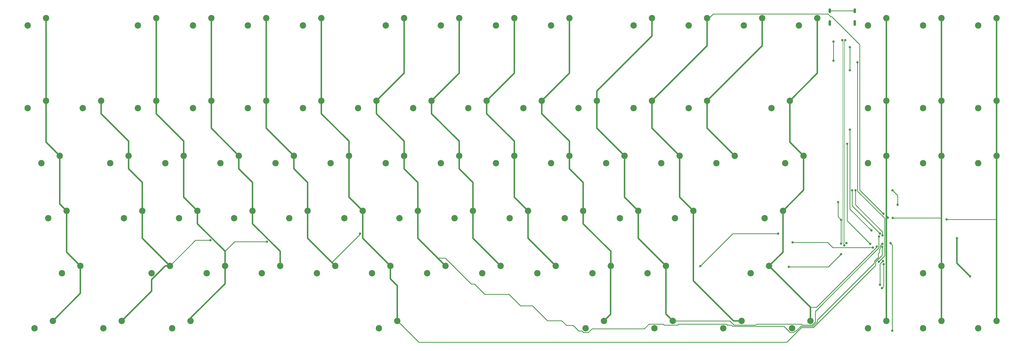
<source format=gbr>
%TF.GenerationSoftware,KiCad,Pcbnew,(5.1.9)-1*%
%TF.CreationDate,2021-03-16T22:25:33-04:00*%
%TF.ProjectId,10Keyless,31304b65-796c-4657-9373-2e6b69636164,rev?*%
%TF.SameCoordinates,Original*%
%TF.FileFunction,Copper,L1,Top*%
%TF.FilePolarity,Positive*%
%FSLAX46Y46*%
G04 Gerber Fmt 4.6, Leading zero omitted, Abs format (unit mm)*
G04 Created by KiCad (PCBNEW (5.1.9)-1) date 2021-03-16 22:25:33*
%MOMM*%
%LPD*%
G01*
G04 APERTURE LIST*
%TA.AperFunction,ComponentPad*%
%ADD10C,2.200000*%
%TD*%
%TA.AperFunction,ComponentPad*%
%ADD11O,0.900000X2.000000*%
%TD*%
%TA.AperFunction,ComponentPad*%
%ADD12O,0.900000X1.700000*%
%TD*%
%TA.AperFunction,ViaPad*%
%ADD13C,0.800000*%
%TD*%
%TA.AperFunction,Conductor*%
%ADD14C,0.250000*%
%TD*%
%TA.AperFunction,Conductor*%
%ADD15C,0.500000*%
%TD*%
%TA.AperFunction,Conductor*%
%ADD16C,0.200000*%
%TD*%
G04 APERTURE END LIST*
D10*
%TO.P,K70,1*%
%TO.N,col13*%
X297320000Y-125087000D03*
%TO.P,K70,2*%
%TO.N,Net-(D70-Pad2)*%
X290970000Y-127627000D03*
%TD*%
%TO.P,K69,1*%
%TO.N,col13*%
X290177000Y-182233000D03*
%TO.P,K69,2*%
%TO.N,Net-(D69-Pad2)*%
X283827000Y-184773000D03*
%TD*%
%TO.P,K36,1*%
%TO.N,col5*%
X161598000Y-201282000D03*
%TO.P,K36,2*%
%TO.N,Net-(D36-Pad2)*%
X155248000Y-203822000D03*
%TD*%
%TO.P,K3,1*%
%TO.N,col0*%
X42545000Y-201282000D03*
%TO.P,K3,2*%
%TO.N,Net-(D3-Pad2)*%
X36195000Y-203822000D03*
%TD*%
%TO.P,K8,1*%
%TO.N,col1*%
X66353800Y-201282000D03*
%TO.P,K8,2*%
%TO.N,Net-(D8-Pad2)*%
X60003800Y-203822000D03*
%TD*%
%TO.P,K15,1*%
%TO.N,col2*%
X90164800Y-201282000D03*
%TO.P,K15,2*%
%TO.N,Net-(D15-Pad2)*%
X83814800Y-203822000D03*
%TD*%
%TO.P,K54,1*%
%TO.N,col9*%
X233031000Y-201282000D03*
%TO.P,K54,2*%
%TO.N,Net-(D54-Pad2)*%
X226681000Y-203822000D03*
%TD*%
%TO.P,K61,1*%
%TO.N,col10*%
X256842000Y-201282000D03*
%TO.P,K61,2*%
%TO.N,Net-(D61-Pad2)*%
X250492000Y-203822000D03*
%TD*%
%TO.P,K67,1*%
%TO.N,col11*%
X280653000Y-201282000D03*
%TO.P,K67,2*%
%TO.N,Net-(D67-Pad2)*%
X274303000Y-203822000D03*
%TD*%
%TO.P,K73,1*%
%TO.N,col13*%
X304464000Y-201282000D03*
%TO.P,K73,2*%
%TO.N,Net-(D73-Pad2)*%
X298114000Y-203822000D03*
%TD*%
%TO.P,K6,1*%
%TO.N,col0*%
X52067200Y-182233000D03*
%TO.P,K6,2*%
%TO.N,Net-(D6-Pad2)*%
X45717200Y-184773000D03*
%TD*%
%TO.P,K71,1*%
%TO.N,col13*%
X294939000Y-163184000D03*
%TO.P,K71,2*%
%TO.N,Net-(D71-Pad2)*%
X288589000Y-165724000D03*
%TD*%
%TO.P,K5,1*%
%TO.N,col0*%
X47305000Y-163184000D03*
%TO.P,K5,2*%
%TO.N,Net-(D5-Pad2)*%
X40955000Y-165724000D03*
%TD*%
%TO.P,K4,1*%
%TO.N,col0*%
X44923900Y-144136000D03*
%TO.P,K4,2*%
%TO.N,Net-(D4-Pad2)*%
X38573900Y-146676000D03*
%TD*%
%TO.P,K72,1*%
%TO.N,col13*%
X302083000Y-144136000D03*
%TO.P,K72,2*%
%TO.N,Net-(D72-Pad2)*%
X295733000Y-146676000D03*
%TD*%
%TO.P,K74,1*%
%TO.N,col13*%
X306854000Y-96511800D03*
%TO.P,K74,2*%
%TO.N,Net-(D74-Pad2)*%
X300504000Y-99051800D03*
%TD*%
%TO.P,K1,1*%
%TO.N,col0*%
X40161700Y-96511800D03*
%TO.P,K1,2*%
%TO.N,Net-(D1-Pad2)*%
X33811700Y-99051800D03*
%TD*%
%TO.P,K2,1*%
%TO.N,col0*%
X40161700Y-125087000D03*
%TO.P,K2,2*%
%TO.N,Net-(D2-Pad2)*%
X33811700Y-127627000D03*
%TD*%
%TO.P,K7,1*%
%TO.N,col1*%
X59210500Y-125087000D03*
%TO.P,K7,2*%
%TO.N,Net-(D7-Pad2)*%
X52860500Y-127627000D03*
%TD*%
%TO.P,K9,1*%
%TO.N,col1*%
X68734900Y-144136000D03*
%TO.P,K9,2*%
%TO.N,Net-(D9-Pad2)*%
X62384900Y-146676000D03*
%TD*%
%TO.P,K10,1*%
%TO.N,col1*%
X73497100Y-163184000D03*
%TO.P,K10,2*%
%TO.N,Net-(D10-Pad2)*%
X67147100Y-165724000D03*
%TD*%
%TO.P,K11,1*%
%TO.N,col2*%
X78261700Y-96511800D03*
%TO.P,K11,2*%
%TO.N,Net-(D11-Pad2)*%
X71911700Y-99051800D03*
%TD*%
%TO.P,K12,1*%
%TO.N,col2*%
X78259300Y-125087000D03*
%TO.P,K12,2*%
%TO.N,Net-(D12-Pad2)*%
X71909300Y-127627000D03*
%TD*%
%TO.P,K13,1*%
%TO.N,col1*%
X83021500Y-182233000D03*
%TO.P,K13,2*%
%TO.N,Net-(D13-Pad2)*%
X76671500Y-184773000D03*
%TD*%
%TO.P,K14,1*%
%TO.N,col2*%
X87783700Y-144136000D03*
%TO.P,K14,2*%
%TO.N,Net-(D14-Pad2)*%
X81433700Y-146676000D03*
%TD*%
%TO.P,K16,1*%
%TO.N,col2*%
X92545900Y-163184000D03*
%TO.P,K16,2*%
%TO.N,Net-(D16-Pad2)*%
X86195900Y-165724000D03*
%TD*%
%TO.P,K17,1*%
%TO.N,col3*%
X97308100Y-96511800D03*
%TO.P,K17,2*%
%TO.N,Net-(D17-Pad2)*%
X90958100Y-99051800D03*
%TD*%
%TO.P,K18,1*%
%TO.N,col3*%
X97308100Y-125087000D03*
%TO.P,K18,2*%
%TO.N,Net-(D18-Pad2)*%
X90958100Y-127627000D03*
%TD*%
%TO.P,K19,1*%
%TO.N,col2*%
X102070000Y-182233000D03*
%TO.P,K19,2*%
%TO.N,Net-(D19-Pad2)*%
X95720000Y-184773000D03*
%TD*%
%TO.P,K20,1*%
%TO.N,col3*%
X106832000Y-144136000D03*
%TO.P,K20,2*%
%TO.N,Net-(D20-Pad2)*%
X100482000Y-146676000D03*
%TD*%
%TO.P,K21,1*%
%TO.N,col3*%
X111595000Y-163184000D03*
%TO.P,K21,2*%
%TO.N,Net-(D21-Pad2)*%
X105245000Y-165724000D03*
%TD*%
%TO.P,K22,1*%
%TO.N,col4*%
X116357000Y-96511800D03*
%TO.P,K22,2*%
%TO.N,Net-(D22-Pad2)*%
X110007000Y-99051800D03*
%TD*%
%TO.P,K23,1*%
%TO.N,col4*%
X116357000Y-125087000D03*
%TO.P,K23,2*%
%TO.N,Net-(D23-Pad2)*%
X110007000Y-127627000D03*
%TD*%
%TO.P,K24,1*%
%TO.N,col3*%
X121119000Y-182233000D03*
%TO.P,K24,2*%
%TO.N,Net-(D24-Pad2)*%
X114769000Y-184773000D03*
%TD*%
%TO.P,K25,1*%
%TO.N,col4*%
X125881000Y-144136000D03*
%TO.P,K25,2*%
%TO.N,Net-(D25-Pad2)*%
X119531000Y-146676000D03*
%TD*%
%TO.P,K26,1*%
%TO.N,col4*%
X130644000Y-163184000D03*
%TO.P,K26,2*%
%TO.N,Net-(D26-Pad2)*%
X124294000Y-165724000D03*
%TD*%
%TO.P,K27,1*%
%TO.N,col5*%
X135406000Y-96511800D03*
%TO.P,K27,2*%
%TO.N,Net-(D27-Pad2)*%
X129056000Y-99051800D03*
%TD*%
%TO.P,K28,1*%
%TO.N,col5*%
X135406000Y-125087000D03*
%TO.P,K28,2*%
%TO.N,Net-(D28-Pad2)*%
X129056000Y-127627000D03*
%TD*%
%TO.P,K29,1*%
%TO.N,col4*%
X140168000Y-182233000D03*
%TO.P,K29,2*%
%TO.N,Net-(D29-Pad2)*%
X133818000Y-184773000D03*
%TD*%
%TO.P,K30,1*%
%TO.N,col5*%
X144930000Y-144136000D03*
%TO.P,K30,2*%
%TO.N,Net-(D30-Pad2)*%
X138580000Y-146676000D03*
%TD*%
%TO.P,K31,1*%
%TO.N,col5*%
X149692000Y-163184000D03*
%TO.P,K31,2*%
%TO.N,Net-(D31-Pad2)*%
X143342000Y-165724000D03*
%TD*%
%TO.P,K32,1*%
%TO.N,col6*%
X154454000Y-125087000D03*
%TO.P,K32,2*%
%TO.N,Net-(D32-Pad2)*%
X148104000Y-127627000D03*
%TD*%
%TO.P,K33,1*%
%TO.N,col5*%
X159217000Y-182233000D03*
%TO.P,K33,2*%
%TO.N,Net-(D33-Pad2)*%
X152867000Y-184773000D03*
%TD*%
%TO.P,K34,1*%
%TO.N,col6*%
X163980000Y-96511800D03*
%TO.P,K34,2*%
%TO.N,Net-(D34-Pad2)*%
X157630000Y-99051800D03*
%TD*%
%TO.P,K35,1*%
%TO.N,col6*%
X163979000Y-144136000D03*
%TO.P,K35,2*%
%TO.N,Net-(D35-Pad2)*%
X157629000Y-146676000D03*
%TD*%
%TO.P,K37,1*%
%TO.N,col6*%
X168741000Y-163184000D03*
%TO.P,K37,2*%
%TO.N,Net-(D37-Pad2)*%
X162391000Y-165724000D03*
%TD*%
%TO.P,K38,1*%
%TO.N,col7*%
X173503000Y-125087000D03*
%TO.P,K38,2*%
%TO.N,Net-(D38-Pad2)*%
X167153000Y-127627000D03*
%TD*%
%TO.P,K39,1*%
%TO.N,col6*%
X178266000Y-182233000D03*
%TO.P,K39,2*%
%TO.N,Net-(D39-Pad2)*%
X171916000Y-184773000D03*
%TD*%
%TO.P,K40,1*%
%TO.N,col7*%
X183030000Y-96511800D03*
%TO.P,K40,2*%
%TO.N,Net-(D40-Pad2)*%
X176680000Y-99051800D03*
%TD*%
%TO.P,K41,1*%
%TO.N,col7*%
X183028000Y-144136000D03*
%TO.P,K41,2*%
%TO.N,Net-(D41-Pad2)*%
X176678000Y-146676000D03*
%TD*%
%TO.P,K42,1*%
%TO.N,col7*%
X187790000Y-163184000D03*
%TO.P,K42,2*%
%TO.N,Net-(D42-Pad2)*%
X181440000Y-165724000D03*
%TD*%
%TO.P,K43,1*%
%TO.N,col8*%
X192552000Y-125087000D03*
%TO.P,K43,2*%
%TO.N,Net-(D43-Pad2)*%
X186202000Y-127627000D03*
%TD*%
%TO.P,K44,1*%
%TO.N,col7*%
X197314000Y-182233000D03*
%TO.P,K44,2*%
%TO.N,Net-(D44-Pad2)*%
X190964000Y-184773000D03*
%TD*%
%TO.P,K45,1*%
%TO.N,col8*%
X202080000Y-96511800D03*
%TO.P,K45,2*%
%TO.N,Net-(D45-Pad2)*%
X195730000Y-99051800D03*
%TD*%
%TO.P,K46,1*%
%TO.N,col8*%
X202076000Y-144136000D03*
%TO.P,K46,2*%
%TO.N,Net-(D46-Pad2)*%
X195726000Y-146676000D03*
%TD*%
%TO.P,K47,1*%
%TO.N,col8*%
X206839000Y-163184000D03*
%TO.P,K47,2*%
%TO.N,Net-(D47-Pad2)*%
X200489000Y-165724000D03*
%TD*%
%TO.P,K48,1*%
%TO.N,col9*%
X211601000Y-125087000D03*
%TO.P,K48,2*%
%TO.N,Net-(D48-Pad2)*%
X205251000Y-127627000D03*
%TD*%
%TO.P,K49,1*%
%TO.N,col8*%
X216363000Y-182233000D03*
%TO.P,K49,2*%
%TO.N,Net-(D49-Pad2)*%
X210013000Y-184773000D03*
%TD*%
%TO.P,K50,1*%
%TO.N,col9*%
X221130000Y-96511800D03*
%TO.P,K50,2*%
%TO.N,Net-(D50-Pad2)*%
X214780000Y-99051800D03*
%TD*%
%TO.P,K51,1*%
%TO.N,col9*%
X221125000Y-144136000D03*
%TO.P,K51,2*%
%TO.N,Net-(D51-Pad2)*%
X214775000Y-146676000D03*
%TD*%
%TO.P,K52,1*%
%TO.N,col9*%
X225888000Y-163184000D03*
%TO.P,K52,2*%
%TO.N,Net-(D52-Pad2)*%
X219538000Y-165724000D03*
%TD*%
%TO.P,K53,1*%
%TO.N,col10*%
X230650000Y-125087000D03*
%TO.P,K53,2*%
%TO.N,Net-(D53-Pad2)*%
X224300000Y-127627000D03*
%TD*%
%TO.P,K55,1*%
%TO.N,col9*%
X235412000Y-182233000D03*
%TO.P,K55,2*%
%TO.N,Net-(D55-Pad2)*%
X229062000Y-184773000D03*
%TD*%
%TO.P,K56,1*%
%TO.N,col10*%
X240174000Y-144136000D03*
%TO.P,K56,2*%
%TO.N,Net-(D56-Pad2)*%
X233824000Y-146676000D03*
%TD*%
%TO.P,K57,1*%
%TO.N,col10*%
X244936000Y-163184000D03*
%TO.P,K57,2*%
%TO.N,Net-(D57-Pad2)*%
X238586000Y-165724000D03*
%TD*%
%TO.P,K58,1*%
%TO.N,col10*%
X249704000Y-96511800D03*
%TO.P,K58,2*%
%TO.N,Net-(D58-Pad2)*%
X243354000Y-99051800D03*
%TD*%
%TO.P,K59,1*%
%TO.N,col11*%
X249698000Y-125087000D03*
%TO.P,K59,2*%
%TO.N,Net-(D59-Pad2)*%
X243348000Y-127627000D03*
%TD*%
%TO.P,K60,1*%
%TO.N,col10*%
X254461000Y-182233000D03*
%TO.P,K60,2*%
%TO.N,Net-(D60-Pad2)*%
X248111000Y-184773000D03*
%TD*%
%TO.P,K62,1*%
%TO.N,col11*%
X259223000Y-144136000D03*
%TO.P,K62,2*%
%TO.N,Net-(D62-Pad2)*%
X252873000Y-146676000D03*
%TD*%
%TO.P,K63,1*%
%TO.N,col11*%
X263985000Y-163184000D03*
%TO.P,K63,2*%
%TO.N,Net-(D63-Pad2)*%
X257635000Y-165724000D03*
%TD*%
%TO.P,K64,1*%
%TO.N,col11*%
X268754000Y-96511800D03*
%TO.P,K64,2*%
%TO.N,Net-(D64-Pad2)*%
X262404000Y-99051800D03*
%TD*%
%TO.P,K65,1*%
%TO.N,col12*%
X268747000Y-125087000D03*
%TO.P,K65,2*%
%TO.N,Net-(D65-Pad2)*%
X262397000Y-127627000D03*
%TD*%
%TO.P,K66,1*%
%TO.N,col12*%
X278272000Y-144136000D03*
%TO.P,K66,2*%
%TO.N,Net-(D66-Pad2)*%
X271922000Y-146676000D03*
%TD*%
%TO.P,K68,1*%
%TO.N,col12*%
X287804000Y-96511800D03*
%TO.P,K68,2*%
%TO.N,Net-(D68-Pad2)*%
X281454000Y-99051800D03*
%TD*%
%TO.P,K75,1*%
%TO.N,col14*%
X330667000Y-96511800D03*
%TO.P,K75,2*%
%TO.N,Net-(D75-Pad2)*%
X324317000Y-99051800D03*
%TD*%
%TO.P,K76,1*%
%TO.N,col14*%
X330667000Y-125087000D03*
%TO.P,K76,2*%
%TO.N,Net-(D76-Pad2)*%
X324317000Y-127627000D03*
%TD*%
%TO.P,K77,1*%
%TO.N,col14*%
X330667000Y-144136000D03*
%TO.P,K77,2*%
%TO.N,Net-(D77-Pad2)*%
X324317000Y-146676000D03*
%TD*%
%TO.P,K78,1*%
%TO.N,col14*%
X330667000Y-201282000D03*
%TO.P,K78,2*%
%TO.N,Net-(D78-Pad2)*%
X324317000Y-203822000D03*
%TD*%
%TO.P,K79,1*%
%TO.N,col15*%
X349717000Y-96511800D03*
%TO.P,K79,2*%
%TO.N,Net-(D79-Pad2)*%
X343367000Y-99051800D03*
%TD*%
%TO.P,K80,1*%
%TO.N,col15*%
X349717000Y-125087000D03*
%TO.P,K80,2*%
%TO.N,Net-(D80-Pad2)*%
X343367000Y-127627000D03*
%TD*%
%TO.P,K81,1*%
%TO.N,col15*%
X349717000Y-144136000D03*
%TO.P,K81,2*%
%TO.N,Net-(D81-Pad2)*%
X343367000Y-146676000D03*
%TD*%
%TO.P,K82,1*%
%TO.N,col15*%
X349717000Y-182233000D03*
%TO.P,K82,2*%
%TO.N,Net-(D82-Pad2)*%
X343367000Y-184773000D03*
%TD*%
%TO.P,K83,1*%
%TO.N,col15*%
X349717000Y-201282000D03*
%TO.P,K83,2*%
%TO.N,Net-(D83-Pad2)*%
X343367000Y-203822000D03*
%TD*%
%TO.P,K84,1*%
%TO.N,col16*%
X368767000Y-96511800D03*
%TO.P,K84,2*%
%TO.N,Net-(D84-Pad2)*%
X362417000Y-99051800D03*
%TD*%
%TO.P,K85,1*%
%TO.N,col16*%
X368767000Y-125087000D03*
%TO.P,K85,2*%
%TO.N,Net-(D85-Pad2)*%
X362417000Y-127627000D03*
%TD*%
%TO.P,K86,1*%
%TO.N,col16*%
X368767000Y-144136000D03*
%TO.P,K86,2*%
%TO.N,Net-(D86-Pad2)*%
X362417000Y-146676000D03*
%TD*%
%TO.P,K87,1*%
%TO.N,col16*%
X368767000Y-201282000D03*
%TO.P,K87,2*%
%TO.N,Net-(D87-Pad2)*%
X362417000Y-203822000D03*
%TD*%
D11*
%TO.P,J1,S1*%
%TO.N,Net-(J1-PadS1)*%
X311150000Y-98150000D03*
X319790000Y-98150000D03*
D12*
X311150000Y-93980000D03*
X319790000Y-93980000D03*
%TD*%
D13*
%TO.N,GND*%
X318087000Y-106568100D03*
X318087000Y-114524000D03*
%TO.N,+5V*%
X314007800Y-160154000D03*
X315034400Y-174532500D03*
X315034400Y-166297800D03*
X312420000Y-104648000D03*
X312420000Y-111252000D03*
%TO.N,row5*%
X328036200Y-180803200D03*
X320724200Y-111834300D03*
%TO.N,row4*%
X325070500Y-174653500D03*
X317128500Y-139989400D03*
%TO.N,row0*%
X332156500Y-174388400D03*
X332716100Y-204714400D03*
%TO.N,row3*%
X329731900Y-181657100D03*
X329196900Y-189973300D03*
%TO.N,row2*%
X326049800Y-175916700D03*
X298248200Y-174152300D03*
%TO.N,row1*%
X329512700Y-180535000D03*
X328473500Y-188748200D03*
%TO.N,col1*%
X97027400Y-173389500D03*
%TO.N,col2*%
X116592700Y-173863500D03*
%TO.N,col3*%
X315043800Y-178194500D03*
X296987600Y-182629500D03*
%TO.N,col4*%
X148703500Y-171096800D03*
%TO.N,col5*%
X329284000Y-175621500D03*
%TO.N,col6*%
X329309400Y-174621100D03*
%TO.N,col7*%
X266380000Y-182347700D03*
X293291000Y-171096800D03*
%TO.N,col8*%
X328500000Y-171042700D03*
X318848500Y-156116600D03*
%TO.N,col9*%
X329340800Y-171678100D03*
X319988000Y-156099300D03*
%TO.N,col10*%
X328150300Y-172081200D03*
%TO.N,col11*%
X329679500Y-164201700D03*
%TO.N,col12*%
X334543500Y-161052100D03*
X332773800Y-156111200D03*
%TO.N,col13*%
X327383000Y-175590200D03*
%TO.N,col14*%
X331208600Y-165612100D03*
%TO.N,col15*%
X332897400Y-165659100D03*
%TO.N,Net-(R3-Pad1)*%
X359664000Y-185928000D03*
X355092000Y-172720000D03*
%TO.N,LEDS*%
X325505700Y-169991400D03*
X318087000Y-135101700D03*
%TO.N,col16*%
X351549600Y-166174500D03*
%TO.N,/D-*%
X316113000Y-175123000D03*
X315445000Y-104140000D03*
%TO.N,/D+*%
X316855000Y-174381000D03*
X316495000Y-104140000D03*
%TD*%
D14*
%TO.N,GND*%
X318087000Y-114524000D02*
X318087000Y-106568100D01*
%TO.N,+5V*%
X315034400Y-166297800D02*
X314007800Y-165271200D01*
X314007800Y-165271200D02*
X314007800Y-160154000D01*
X315034400Y-174532500D02*
X315034400Y-166297800D01*
X312420000Y-104648000D02*
X312420000Y-111252000D01*
%TO.N,row5*%
X328036200Y-180803200D02*
X330066100Y-178773300D01*
X330066100Y-178773300D02*
X330066100Y-165778200D01*
X330066100Y-165778200D02*
X320724200Y-156436300D01*
X320724200Y-156436300D02*
X320724200Y-111834300D01*
%TO.N,row4*%
X317128500Y-139989400D02*
X317128500Y-166711500D01*
X317128500Y-166711500D02*
X325070500Y-174653500D01*
%TO.N,row0*%
X332716100Y-204714400D02*
X332716100Y-174948000D01*
X332716100Y-174948000D02*
X332156500Y-174388400D01*
%TO.N,row3*%
X329196900Y-189973300D02*
X329731900Y-189438300D01*
X329731900Y-189438300D02*
X329731900Y-181657100D01*
%TO.N,row2*%
X298248200Y-174152300D02*
X310351000Y-174152300D01*
X310351000Y-174152300D02*
X312115400Y-175916700D01*
X312115400Y-175916700D02*
X326049800Y-175916700D01*
%TO.N,row1*%
X328473500Y-188748200D02*
X328473500Y-181574200D01*
X328473500Y-181574200D02*
X329512700Y-180535000D01*
%TO.N,Net-(J1-PadS1)*%
X319790000Y-93980000D02*
X311150000Y-93980000D01*
D15*
%TO.N,col0*%
X52067200Y-182233000D02*
X52067200Y-191760000D01*
X52067200Y-191760000D02*
X42545000Y-201282000D01*
X47305000Y-163184000D02*
X47305000Y-177471000D01*
X47305000Y-177471000D02*
X52067200Y-182233000D01*
X44923900Y-144136000D02*
X44923900Y-160803000D01*
X44923900Y-160803000D02*
X47305000Y-163184000D01*
X40161700Y-125087000D02*
X40161700Y-139373000D01*
X40161700Y-139373000D02*
X44923900Y-144136000D01*
X40161700Y-96511800D02*
X40161700Y-125087000D01*
D14*
%TO.N,col1*%
X97027400Y-173389500D02*
X91865000Y-173389500D01*
X91865000Y-173389500D02*
X83021500Y-182233000D01*
D15*
X73497100Y-163184000D02*
X73497100Y-172709000D01*
X73497100Y-172709000D02*
X83021500Y-182233000D01*
X83021500Y-182233000D02*
X81465900Y-182233000D01*
X81465900Y-182233000D02*
X76701500Y-186998000D01*
X76701500Y-186998000D02*
X76701500Y-190934000D01*
X76701500Y-190934000D02*
X66353800Y-201282000D01*
X68734900Y-144136000D02*
X68734900Y-148600000D01*
X68734900Y-148600000D02*
X73497100Y-153362000D01*
X73497100Y-153362000D02*
X73497100Y-163184000D01*
X59210500Y-125087000D02*
X59210500Y-129551000D01*
X59210500Y-129551000D02*
X68734900Y-139075000D01*
X68734900Y-139075000D02*
X68734900Y-144136000D01*
D14*
%TO.N,col2*%
X102070000Y-177173000D02*
X105379500Y-173863500D01*
X105379500Y-173863500D02*
X116592700Y-173863500D01*
D15*
X102070000Y-177173000D02*
X102070000Y-182233000D01*
X92545900Y-163184000D02*
X92545900Y-167648000D01*
X92545900Y-167648000D02*
X102070000Y-177173000D01*
X102070000Y-182233000D02*
X102070000Y-188399000D01*
X102070000Y-188399000D02*
X90164800Y-200305000D01*
X90164800Y-200305000D02*
X90164800Y-201282000D01*
X87783700Y-144136000D02*
X87783700Y-158422000D01*
X87783700Y-158422000D02*
X92545900Y-163184000D01*
X78259300Y-125087000D02*
X78259300Y-129551000D01*
X78259300Y-129551000D02*
X87783700Y-139075000D01*
X87783700Y-139075000D02*
X87783700Y-144136000D01*
X78261700Y-96511800D02*
X78261700Y-125084000D01*
X78261700Y-125084000D02*
X78259300Y-125087000D01*
D14*
%TO.N,col3*%
X296987600Y-182629500D02*
X310608800Y-182629500D01*
X310608800Y-182629500D02*
X315043800Y-178194500D01*
D15*
X111595000Y-163184000D02*
X111595000Y-167648000D01*
X111595000Y-167648000D02*
X121119000Y-177173000D01*
X121119000Y-177173000D02*
X121119000Y-182233000D01*
X106832000Y-144136000D02*
X106832000Y-148600000D01*
X106832000Y-148600000D02*
X111595000Y-153362000D01*
X111595000Y-153362000D02*
X111595000Y-163184000D01*
X97308100Y-125087000D02*
X97308100Y-134611000D01*
X97308100Y-134611000D02*
X106832000Y-144136000D01*
X97308100Y-96511800D02*
X97308100Y-125087000D01*
D14*
%TO.N,col4*%
X138977500Y-181042500D02*
X148703500Y-171316500D01*
X148703500Y-171316500D02*
X148703500Y-171096800D01*
D15*
X138977500Y-181042500D02*
X140168000Y-182233000D01*
X130644000Y-163184000D02*
X130644000Y-172709000D01*
X130644000Y-172709000D02*
X138977500Y-181042500D01*
X125881000Y-144136000D02*
X125881000Y-148600000D01*
X125881000Y-148600000D02*
X130644000Y-153362000D01*
X130644000Y-153362000D02*
X130644000Y-163184000D01*
X116357000Y-125087000D02*
X116357000Y-134611000D01*
X116357000Y-134611000D02*
X125881000Y-144136000D01*
X116357000Y-96511800D02*
X116357000Y-125087000D01*
D14*
%TO.N,col5*%
X161598000Y-201212400D02*
X169081200Y-208695600D01*
X169081200Y-208695600D02*
X296226900Y-208695600D01*
X296226900Y-208695600D02*
X301303800Y-203618700D01*
X301303800Y-203618700D02*
X305431600Y-203618700D01*
X305431600Y-203618700D02*
X326956200Y-182094100D01*
X326956200Y-182094100D02*
X326956200Y-180851000D01*
X326956200Y-180851000D02*
X329284000Y-178523200D01*
X329284000Y-178523200D02*
X329284000Y-175621500D01*
D15*
X161598000Y-201212400D02*
X161598000Y-201282000D01*
X159217000Y-182233000D02*
X159217000Y-186697000D01*
X159217000Y-186697000D02*
X161598000Y-189078000D01*
X161598000Y-189078000D02*
X161598000Y-201212400D01*
X149692000Y-163184000D02*
X149692000Y-172709000D01*
X149692000Y-172709000D02*
X159217000Y-182233000D01*
X144930000Y-144136000D02*
X144930000Y-158422000D01*
X144930000Y-158422000D02*
X149692000Y-163184000D01*
X135406000Y-125087000D02*
X135406000Y-129551000D01*
X135406000Y-129551000D02*
X144930000Y-139075000D01*
X144930000Y-139075000D02*
X144930000Y-144136000D01*
X135406000Y-96511800D02*
X135406000Y-125087000D01*
D14*
%TO.N,col6*%
X175585500Y-179552800D02*
X178227000Y-179552800D01*
X178227000Y-179552800D02*
X187162600Y-188488400D01*
X187162600Y-188488400D02*
X188314400Y-188488400D01*
X188314400Y-188488400D02*
X191873700Y-192047700D01*
X191873700Y-192047700D02*
X200214800Y-192047700D01*
X200214800Y-192047700D02*
X204223000Y-196055900D01*
X204223000Y-196055900D02*
X208368700Y-196055900D01*
X208368700Y-196055900D02*
X213525200Y-201212400D01*
X213525200Y-201212400D02*
X218450100Y-201212400D01*
X218450100Y-201212400D02*
X220084900Y-202847200D01*
X220084900Y-202847200D02*
X222419200Y-202847200D01*
X222419200Y-202847200D02*
X224348200Y-204776200D01*
X224348200Y-204776200D02*
X225456000Y-204776200D01*
X225456000Y-204776200D02*
X225866500Y-205186700D01*
X225866500Y-205186700D02*
X225897900Y-205186700D01*
X225897900Y-205186700D02*
X225958600Y-205247400D01*
X225958600Y-205247400D02*
X227700700Y-205247400D01*
X227700700Y-205247400D02*
X228911500Y-204036600D01*
X228911500Y-204036600D02*
X246973200Y-204036600D01*
X246973200Y-204036600D02*
X248640400Y-202369400D01*
X248640400Y-202369400D02*
X253598100Y-202369400D01*
X253598100Y-202369400D02*
X253936100Y-202707400D01*
X253936100Y-202707400D02*
X258593400Y-202707400D01*
X258593400Y-202707400D02*
X258904200Y-202396600D01*
X258904200Y-202396600D02*
X275417600Y-202396600D01*
X275417600Y-202396600D02*
X275728400Y-202707400D01*
X275728400Y-202707400D02*
X277110200Y-202707400D01*
X277110200Y-202707400D02*
X277587700Y-203184900D01*
X277587700Y-203184900D02*
X295297700Y-203184900D01*
X295297700Y-203184900D02*
X297299500Y-205186700D01*
X297299500Y-205186700D02*
X297330900Y-205186700D01*
X297330900Y-205186700D02*
X297391600Y-205247400D01*
X297391600Y-205247400D02*
X298704500Y-205247400D01*
X298704500Y-205247400D02*
X299147300Y-204804600D01*
X299147300Y-204804600D02*
X299481000Y-204804600D01*
X299481000Y-204804600D02*
X301117200Y-203168400D01*
X301117200Y-203168400D02*
X305245000Y-203168400D01*
X305245000Y-203168400D02*
X306778400Y-201635000D01*
X306778400Y-201635000D02*
X306778400Y-200998100D01*
X306778400Y-200998100D02*
X326505900Y-181270600D01*
X326505900Y-181270600D02*
X326505900Y-180664400D01*
X326505900Y-180664400D02*
X327908900Y-179261400D01*
X327908900Y-179261400D02*
X327908900Y-177992300D01*
X327908900Y-177992300D02*
X328240100Y-177661100D01*
X328240100Y-177661100D02*
X328240100Y-176527600D01*
X328240100Y-176527600D02*
X328558600Y-176209100D01*
X328558600Y-176209100D02*
X328558600Y-175302900D01*
X328558600Y-175302900D02*
X329240400Y-174621100D01*
X329240400Y-174621100D02*
X329309400Y-174621100D01*
D15*
X168741000Y-163184000D02*
X168741000Y-172709000D01*
X168741000Y-172709000D02*
X175585500Y-179552800D01*
X175585500Y-179552800D02*
X178266000Y-182233000D01*
X163979000Y-144136000D02*
X163979000Y-148600000D01*
X163979000Y-148600000D02*
X168741000Y-153362000D01*
X168741000Y-153362000D02*
X168741000Y-163184000D01*
X154454000Y-125087000D02*
X154454000Y-129551000D01*
X154454000Y-129551000D02*
X163979000Y-139075000D01*
X163979000Y-139075000D02*
X163979000Y-144136000D01*
X163980000Y-96511800D02*
X163980000Y-115562000D01*
X163980000Y-115562000D02*
X154454000Y-125087000D01*
D14*
%TO.N,col7*%
X293291000Y-171096800D02*
X277630900Y-171096800D01*
X277630900Y-171096800D02*
X266380000Y-182347700D01*
D15*
X187790000Y-163184000D02*
X187790000Y-172709000D01*
X187790000Y-172709000D02*
X197314000Y-182233000D01*
X183028000Y-144136000D02*
X183028000Y-148600000D01*
X183028000Y-148600000D02*
X187790000Y-153362000D01*
X187790000Y-153362000D02*
X187790000Y-163184000D01*
X173503000Y-125087000D02*
X173503000Y-129551000D01*
X173503000Y-129551000D02*
X183028000Y-139075000D01*
X183028000Y-139075000D02*
X183028000Y-144136000D01*
X183030000Y-96511800D02*
X183030000Y-115561000D01*
X183030000Y-115561000D02*
X173503000Y-125087000D01*
D14*
%TO.N,col8*%
X328500000Y-171042700D02*
X318848500Y-161391200D01*
X318848500Y-161391200D02*
X318848500Y-156116600D01*
D15*
X206839000Y-163184000D02*
X206839000Y-172709000D01*
X206839000Y-172709000D02*
X216363000Y-182233000D01*
X202076000Y-144136000D02*
X202076000Y-158422000D01*
X202076000Y-158422000D02*
X206839000Y-163184000D01*
X192552000Y-125087000D02*
X192552000Y-129551000D01*
X192552000Y-129551000D02*
X202076000Y-139075000D01*
X202076000Y-139075000D02*
X202076000Y-144136000D01*
X202080000Y-96511800D02*
X202080000Y-115559000D01*
X202080000Y-115559000D02*
X192552000Y-125087000D01*
D14*
%TO.N,col9*%
X329340800Y-171678100D02*
X329340800Y-170452500D01*
X329340800Y-170452500D02*
X319988000Y-161099700D01*
X319988000Y-161099700D02*
X319988000Y-156099300D01*
D15*
X225888000Y-163184000D02*
X225888000Y-167648000D01*
X225888000Y-167648000D02*
X235412000Y-177173000D01*
X235412000Y-177173000D02*
X235412000Y-182233000D01*
X233031000Y-201282000D02*
X235322000Y-198991000D01*
X235322000Y-198991000D02*
X235322000Y-182323000D01*
X235322000Y-182323000D02*
X235412000Y-182233000D01*
X221125000Y-144136000D02*
X221125000Y-148600000D01*
X221125000Y-148600000D02*
X225888000Y-153362000D01*
X225888000Y-153362000D02*
X225888000Y-163184000D01*
X211601000Y-125087000D02*
X211601000Y-129551000D01*
X211601000Y-129551000D02*
X221125000Y-139075000D01*
X221125000Y-139075000D02*
X221125000Y-144136000D01*
X221130000Y-96511800D02*
X221130000Y-115558000D01*
X221130000Y-115558000D02*
X211601000Y-125087000D01*
D14*
%TO.N,col10*%
X256842000Y-201282000D02*
X276546700Y-201282000D01*
X276546700Y-201282000D02*
X277999300Y-202734600D01*
X277999300Y-202734600D02*
X285424400Y-202734600D01*
X285424400Y-202734600D02*
X285793300Y-202365700D01*
X285793300Y-202365700D02*
X301215100Y-202365700D01*
X301215100Y-202365700D02*
X301567500Y-202718100D01*
X301567500Y-202718100D02*
X305058400Y-202718100D01*
X305058400Y-202718100D02*
X306168800Y-201607700D01*
X306168800Y-201607700D02*
X306168800Y-197962000D01*
X306168800Y-197962000D02*
X328108300Y-176022500D01*
X328108300Y-176022500D02*
X328108300Y-172123200D01*
X328108300Y-172123200D02*
X328150300Y-172081200D01*
D15*
X254461000Y-182233000D02*
X254461000Y-198901000D01*
X254461000Y-198901000D02*
X256842000Y-201282000D01*
X244936000Y-163184000D02*
X244936000Y-172709000D01*
X244936000Y-172709000D02*
X254461000Y-182233000D01*
X240174000Y-144136000D02*
X240174000Y-158422000D01*
X240174000Y-158422000D02*
X244936000Y-163184000D01*
X230650000Y-125087000D02*
X230650000Y-134611000D01*
X230650000Y-134611000D02*
X240174000Y-144136000D01*
X249704000Y-96511800D02*
X249704000Y-102678000D01*
X249704000Y-102678000D02*
X230650000Y-121733000D01*
X230650000Y-121733000D02*
X230650000Y-125087000D01*
D14*
%TO.N,col11*%
X329679500Y-164201700D02*
X321456900Y-155979100D01*
X321456900Y-155979100D02*
X321456900Y-105619000D01*
X321456900Y-105619000D02*
X311771300Y-95933400D01*
X311771300Y-95933400D02*
X311409300Y-95933400D01*
X311409300Y-95933400D02*
X310546700Y-95070800D01*
X310546700Y-95070800D02*
X270864900Y-95070800D01*
X270864900Y-95070800D02*
X268754000Y-97181700D01*
D15*
X268754000Y-97181700D02*
X268754000Y-106031000D01*
X268754000Y-106031000D02*
X249698000Y-125087000D01*
X268754000Y-96511800D02*
X268754000Y-97181700D01*
X263985000Y-163184000D02*
X263985000Y-187427000D01*
X263985000Y-187427000D02*
X277840000Y-201282000D01*
X277840000Y-201282000D02*
X280653000Y-201282000D01*
X259223000Y-144136000D02*
X259223000Y-158422000D01*
X259223000Y-158422000D02*
X263985000Y-163184000D01*
X249698000Y-125087000D02*
X249698000Y-134611000D01*
X249698000Y-134611000D02*
X259223000Y-144136000D01*
D14*
%TO.N,col12*%
X334543500Y-161052100D02*
X334543500Y-157880900D01*
X334543500Y-157880900D02*
X332773800Y-156111200D01*
D15*
X268747000Y-125087000D02*
X268747000Y-134611000D01*
X268747000Y-134611000D02*
X278272000Y-144136000D01*
X287804000Y-96511800D02*
X287804000Y-106030000D01*
X287804000Y-106030000D02*
X268747000Y-125087000D01*
D14*
%TO.N,col13*%
X304464000Y-196520000D02*
X306585000Y-196520000D01*
X306585000Y-196520000D02*
X327383000Y-175722000D01*
X327383000Y-175722000D02*
X327383000Y-175590200D01*
D15*
X304464000Y-196520000D02*
X304464000Y-201282000D01*
X290177000Y-182233000D02*
X304464000Y-196520000D01*
X294939000Y-163184000D02*
X294939000Y-177471000D01*
X294939000Y-177471000D02*
X290177000Y-182233000D01*
X302083000Y-144136000D02*
X302083000Y-156041000D01*
X302083000Y-156041000D02*
X294939000Y-163184000D01*
X297320000Y-125087000D02*
X297320000Y-139373000D01*
X297320000Y-139373000D02*
X302083000Y-144136000D01*
X306854000Y-96511800D02*
X306854000Y-115553000D01*
X306854000Y-115553000D02*
X297320000Y-125087000D01*
D14*
%TO.N,col14*%
X330667000Y-164774500D02*
X331208600Y-165316100D01*
X331208600Y-165316100D02*
X331208600Y-165612100D01*
D15*
X330667000Y-164774500D02*
X330667000Y-201282000D01*
X330667000Y-144136000D02*
X330667000Y-164774500D01*
X330667000Y-125087000D02*
X330667000Y-144136000D01*
X330667000Y-96511800D02*
X330667000Y-125087000D01*
D14*
%TO.N,col15*%
X349717000Y-165659100D02*
X332897400Y-165659100D01*
D15*
X349717000Y-165659100D02*
X349717000Y-182233000D01*
X349717000Y-144136000D02*
X349717000Y-165659100D01*
X349717000Y-125087000D02*
X349717000Y-144136000D01*
X349717000Y-96511800D02*
X349717000Y-125087000D01*
X349717000Y-182233000D02*
X349717000Y-201282000D01*
%TO.N,Net-(R3-Pad1)*%
X359664000Y-185928000D02*
X355092000Y-181356000D01*
X355092000Y-181356000D02*
X355092000Y-172720000D01*
D14*
%TO.N,LEDS*%
X325505700Y-169991400D02*
X318087000Y-162572700D01*
X318087000Y-162572700D02*
X318087000Y-135101700D01*
%TO.N,col16*%
X368767000Y-166174500D02*
X351549600Y-166174500D01*
D15*
X368767000Y-166174500D02*
X368767000Y-144136000D01*
X368767000Y-201282000D02*
X368767000Y-166174500D01*
X368767000Y-125087000D02*
X368767000Y-96511800D01*
X368767000Y-144136000D02*
X368767000Y-125087000D01*
D16*
%TO.N,/D-*%
X315445000Y-104140000D02*
X315745000Y-104440000D01*
X315745000Y-104440000D02*
X315745000Y-174331000D01*
X315745000Y-174331000D02*
X316113000Y-174699000D01*
X316113000Y-174699000D02*
X316113000Y-175123000D01*
%TO.N,/D+*%
X316495000Y-104140000D02*
X316195000Y-104440000D01*
X316195000Y-104440000D02*
X316195000Y-174145000D01*
X316195000Y-174145000D02*
X316431000Y-174381000D01*
X316431000Y-174381000D02*
X316855000Y-174381000D01*
%TD*%
M02*

</source>
